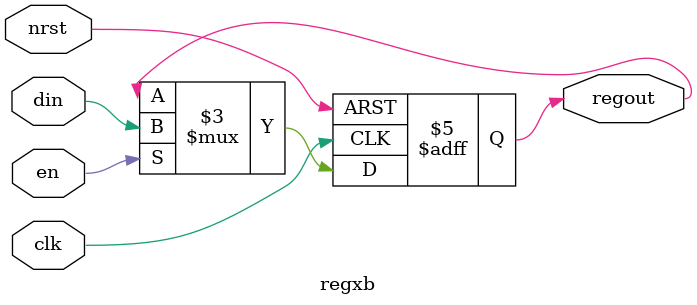
<source format=v>
module regxb(nrst, clk, en, din, regout);
    parameter bits = 1;
    input nrst;
    input clk;
    input en;
    input [bits-1:0] din;
    output reg [bits-1:0] regout;
    always @(posedge clk or negedge nrst) begin
        if (~nrst) begin
            regout <= 0;
        end else if (en) begin
            regout <= din;
        end
    end
endmodule
</source>
